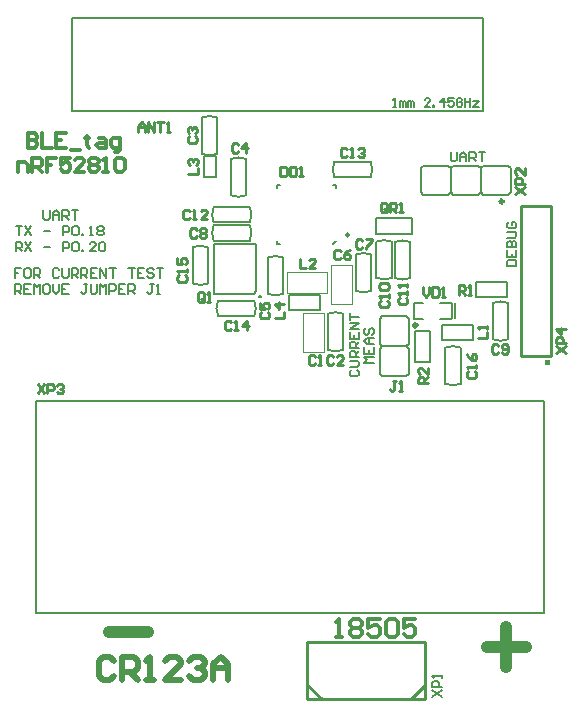
<source format=gto>
G04*
G04 #@! TF.GenerationSoftware,Altium Limited,Altium Designer,18.1.9 (240)*
G04*
G04 Layer_Color=65535*
%FSLAX24Y24*%
%MOIN*%
G70*
G01*
G75*
%ADD10C,0.0118*%
%ADD11C,0.0070*%
%ADD12C,0.0098*%
%ADD13C,0.0079*%
%ADD14C,0.0039*%
%ADD15C,0.0100*%
%ADD16C,0.0050*%
%ADD17C,0.0059*%
%ADD18C,0.0394*%
%ADD19C,0.0197*%
%ADD20R,0.0100X0.0576*%
G36*
X18110Y11250D02*
X17933D01*
Y11427D01*
X18110D01*
Y11250D01*
D02*
G37*
D10*
X13672Y12592D02*
G03*
X13672Y12592I-59J0D01*
G01*
X16554Y16721D02*
G03*
X16554Y16721I-59J0D01*
G01*
X10965Y2195D02*
X11161D01*
X11063D01*
Y2785D01*
X10965Y2687D01*
X11457D02*
X11555Y2785D01*
X11752D01*
X11850Y2687D01*
Y2588D01*
X11752Y2490D01*
X11850Y2392D01*
Y2293D01*
X11752Y2195D01*
X11555D01*
X11457Y2293D01*
Y2392D01*
X11555Y2490D01*
X11457Y2588D01*
Y2687D01*
X11555Y2490D02*
X11752D01*
X12440Y2785D02*
X12047D01*
Y2490D01*
X12244Y2588D01*
X12342D01*
X12440Y2490D01*
Y2293D01*
X12342Y2195D01*
X12145D01*
X12047Y2293D01*
X12637Y2687D02*
X12736Y2785D01*
X12932D01*
X13031Y2687D01*
Y2293D01*
X12932Y2195D01*
X12736D01*
X12637Y2293D01*
Y2687D01*
X13621Y2785D02*
X13228D01*
Y2490D01*
X13424Y2588D01*
X13523D01*
X13621Y2490D01*
Y2293D01*
X13523Y2195D01*
X13326D01*
X13228Y2293D01*
X384Y17707D02*
Y18022D01*
X620D01*
X699Y17943D01*
Y17707D01*
X856D02*
Y18179D01*
X1092D01*
X1171Y18100D01*
Y17943D01*
X1092Y17864D01*
X856D01*
X1014D02*
X1171Y17707D01*
X1643Y18179D02*
X1328D01*
Y17943D01*
X1486D01*
X1328D01*
Y17707D01*
X2116Y18179D02*
X1801D01*
Y17943D01*
X1958Y18022D01*
X2037D01*
X2116Y17943D01*
Y17785D01*
X2037Y17707D01*
X1879D01*
X1801Y17785D01*
X2588Y17707D02*
X2273D01*
X2588Y18022D01*
Y18100D01*
X2509Y18179D01*
X2352D01*
X2273Y18100D01*
X2745D02*
X2824Y18179D01*
X2981D01*
X3060Y18100D01*
Y18022D01*
X2981Y17943D01*
X3060Y17864D01*
Y17785D01*
X2981Y17707D01*
X2824D01*
X2745Y17785D01*
Y17864D01*
X2824Y17943D01*
X2745Y18022D01*
Y18100D01*
X2824Y17943D02*
X2981D01*
X3218Y17707D02*
X3375D01*
X3296D01*
Y18179D01*
X3218Y18100D01*
X3611D02*
X3690Y18179D01*
X3847D01*
X3926Y18100D01*
Y17785D01*
X3847Y17707D01*
X3690D01*
X3611Y17785D01*
Y18100D01*
X709Y18986D02*
Y18514D01*
X945D01*
X1024Y18592D01*
Y18671D01*
X945Y18750D01*
X709D01*
X945D01*
X1024Y18829D01*
Y18907D01*
X945Y18986D01*
X709D01*
X1181D02*
Y18514D01*
X1496D01*
X1968Y18986D02*
X1653D01*
Y18514D01*
X1968D01*
X1653Y18750D02*
X1811D01*
X2126Y18435D02*
X2440D01*
X2677Y18907D02*
Y18829D01*
X2598D01*
X2755D01*
X2677D01*
Y18592D01*
X2755Y18514D01*
X3070Y18829D02*
X3228D01*
X3306Y18750D01*
Y18514D01*
X3070D01*
X2991Y18592D01*
X3070Y18671D01*
X3306D01*
X3621Y18356D02*
X3700D01*
X3779Y18435D01*
Y18829D01*
X3542D01*
X3464Y18750D01*
Y18592D01*
X3542Y18514D01*
X3779D01*
D11*
X12129Y17530D02*
G03*
X12129Y18040I-608J256D01*
G01*
X10921D02*
G03*
X10922Y17530I609J-255D01*
G01*
X16201Y12123D02*
G03*
X16711Y12123I256J608D01*
G01*
Y13331D02*
G03*
X16201Y13330I-255J-609D01*
G01*
X6897Y15925D02*
G03*
X6896Y15415I608J-256D01*
G01*
X8104D02*
G03*
X8104Y15925I-609J255D01*
G01*
X6897Y16525D02*
G03*
X6896Y16015I608J-256D01*
G01*
X8104D02*
G03*
X8104Y16525I-609J255D01*
G01*
X6703Y15190D02*
G03*
X6192Y15190I-256J-608D01*
G01*
Y13982D02*
G03*
X6703Y13983I255J609D01*
G01*
X8251Y12894D02*
G03*
X8251Y13404I-608J256D01*
G01*
X7043D02*
G03*
X7044Y12894I609J-255D01*
G01*
X9212Y14845D02*
G03*
X8702Y14846I-256J-608D01*
G01*
Y13638D02*
G03*
X9212Y13638I255J609D01*
G01*
X11210Y12975D02*
G03*
X10700Y12976I-256J-608D01*
G01*
Y11768D02*
G03*
X11210Y11768I255J609D01*
G01*
X11644Y13737D02*
G03*
X12154Y13737I256J608D01*
G01*
Y14945D02*
G03*
X11644Y14944I-255J-609D01*
G01*
X13445Y15367D02*
G03*
X12934Y15367I-256J-608D01*
G01*
Y14160D02*
G03*
X13445Y14160I255J609D01*
G01*
X12835Y15377D02*
G03*
X12324Y15377I-256J-608D01*
G01*
Y14169D02*
G03*
X12835Y14170I255J609D01*
G01*
X14616Y10637D02*
G03*
X15127Y10637I256J608D01*
G01*
Y11844D02*
G03*
X14616Y11844I-255J-609D01*
G01*
X6510Y18304D02*
G03*
X7021Y18304I256J608D01*
G01*
Y19512D02*
G03*
X6510Y19511I-255J-609D01*
G01*
X7982Y18133D02*
G03*
X7472Y18133I-256J-608D01*
G01*
Y16925D02*
G03*
X7982Y16926I255J609D01*
G01*
X14104Y11348D02*
Y12392D01*
X13593Y11348D02*
Y12392D01*
Y11348D02*
X14104D01*
X13593Y12392D02*
X14104D01*
X9409Y13081D02*
Y13593D01*
X10453Y13081D02*
Y13593D01*
X9409Y13081D02*
X10453D01*
X9409Y13593D02*
X10453D01*
X10925Y18040D02*
X12125D01*
X10925Y17530D02*
X12126D01*
X15630Y13524D02*
X16673D01*
X15630Y14035D02*
X16673D01*
X15630Y13524D02*
Y14035D01*
X16673Y13524D02*
Y14035D01*
X16712Y12127D02*
Y13327D01*
X16201Y12126D02*
Y13327D01*
X6900Y15414D02*
X8100D01*
X6900Y15925D02*
X8100D01*
X6900Y16015D02*
X8100D01*
X6900Y16526D02*
X8100D01*
X6192Y13986D02*
Y15186D01*
X6703Y13986D02*
Y15187D01*
X7047Y13405D02*
X8247D01*
X7047Y12894D02*
X8248D01*
X8702Y13642D02*
Y14842D01*
X9213Y13642D02*
Y14843D01*
X10700Y11772D02*
Y12972D01*
X11211Y11772D02*
Y12972D01*
X12155Y13741D02*
Y14941D01*
X11644Y13740D02*
Y14941D01*
X12934Y14163D02*
Y15363D01*
X13445Y14163D02*
Y15364D01*
X12324Y14173D02*
Y15373D01*
X12835Y14173D02*
Y15374D01*
X14498Y12096D02*
Y12608D01*
X15541Y12096D02*
Y12608D01*
X14498Y12096D02*
X15541D01*
X14498Y12608D02*
X15541D01*
X15127Y10641D02*
Y11841D01*
X14616Y10640D02*
Y11841D01*
X7021Y18308D02*
Y19508D01*
X6510Y18307D02*
Y19508D01*
X7471Y16929D02*
Y18129D01*
X7982Y16929D02*
Y18130D01*
D12*
X11407Y15600D02*
G03*
X11407Y15600I-49J0D01*
G01*
D13*
X5139Y19736D02*
X15863D01*
X2164Y19736D02*
Y20771D01*
Y19736D02*
X5139D01*
X2163Y20772D02*
Y22832D01*
X15863D01*
Y19736D02*
Y22832D01*
X13317Y11892D02*
X13396Y11813D01*
Y10970D02*
Y11813D01*
X13317Y10892D02*
X13396Y10970D01*
X12510Y10892D02*
X13317D01*
X12431Y10970D02*
X12510Y10892D01*
X12431Y10970D02*
Y11813D01*
X12510Y11892D01*
X13317D01*
X12510Y12892D02*
X13317D01*
X12431Y12813D02*
X12510Y12892D01*
X12431Y11970D02*
Y12813D01*
Y11970D02*
X12510Y11892D01*
X13317D02*
X13396Y11970D01*
Y12813D01*
X13317Y12892D02*
X13396Y12813D01*
X16717Y16939D02*
X16795Y17018D01*
X13795D02*
Y17825D01*
X14717Y17904D02*
X14795Y17825D01*
X13874Y17904D02*
X14717D01*
X13874Y16939D02*
X14717D01*
X14795Y17018D01*
X15717Y16939D02*
X15795Y17018D01*
X14874Y16939D02*
X15717D01*
X14795Y17018D02*
X14874Y16939D01*
X14795Y17018D02*
Y17825D01*
X14874Y17904D01*
X15717D01*
X15795Y17825D01*
Y17018D02*
Y17825D01*
X16795Y17018D02*
Y17825D01*
X16717Y17904D02*
X16795Y17825D01*
X15874Y17904D02*
X16717D01*
X15795Y17825D02*
X15874Y17904D01*
X15795Y17018D02*
X15874Y16939D01*
X16717D01*
X16795Y17018D01*
X13795Y17825D02*
X13874Y17904D01*
X13795Y17018D02*
X13874Y16939D01*
X8317Y13720D02*
Y15295D01*
X6900D02*
X8317D01*
X8228Y13632D02*
X8317Y13720D01*
X6900Y13632D02*
Y15295D01*
Y13632D02*
X8228D01*
X8996Y17274D02*
X9094D01*
X8996Y17175D02*
Y17274D01*
X10866D02*
X10965D01*
Y17175D02*
Y17274D01*
X8996Y15305D02*
X9094D01*
X8996D02*
Y15404D01*
X10866Y15305D02*
X10886D01*
X10965Y15384D01*
Y15404D01*
X12293Y15620D02*
Y16171D01*
X13514Y15620D02*
Y16171D01*
X12293Y15620D02*
X13514D01*
X12293Y16171D02*
X13514D01*
X6565Y18228D02*
X6959D01*
Y17520D02*
Y18228D01*
X6762Y17520D02*
X6959D01*
X6565D02*
X6762D01*
X6565D02*
Y18228D01*
X984Y10079D02*
X17913D01*
X984Y2992D02*
Y10079D01*
Y2992D02*
X17913D01*
Y10079D01*
X295Y15896D02*
X505D01*
X400D01*
Y15581D01*
X610Y15896D02*
X820Y15581D01*
Y15896D02*
X610Y15581D01*
X1240Y15738D02*
X1450D01*
X1870Y15581D02*
Y15896D01*
X2027D01*
X2079Y15843D01*
Y15738D01*
X2027Y15686D01*
X1870D01*
X2184Y15843D02*
X2237Y15896D01*
X2342D01*
X2394Y15843D01*
Y15633D01*
X2342Y15581D01*
X2237D01*
X2184Y15633D01*
Y15843D01*
X2499Y15581D02*
Y15633D01*
X2552D01*
Y15581D01*
X2499D01*
X2762D02*
X2867D01*
X2814D01*
Y15896D01*
X2762Y15843D01*
X3024D02*
X3077Y15896D01*
X3181D01*
X3234Y15843D01*
Y15791D01*
X3181Y15738D01*
X3234Y15686D01*
Y15633D01*
X3181Y15581D01*
X3077D01*
X3024Y15633D01*
Y15686D01*
X3077Y15738D01*
X3024Y15791D01*
Y15843D01*
X3077Y15738D02*
X3181D01*
X1220Y16427D02*
Y16165D01*
X1273Y16112D01*
X1378D01*
X1430Y16165D01*
Y16427D01*
X1535Y16112D02*
Y16322D01*
X1640Y16427D01*
X1745Y16322D01*
Y16112D01*
Y16270D01*
X1535D01*
X1850Y16112D02*
Y16427D01*
X2008D01*
X2060Y16375D01*
Y16270D01*
X2008Y16217D01*
X1850D01*
X1955D02*
X2060Y16112D01*
X2165Y16427D02*
X2375D01*
X2270D01*
Y16112D01*
X295Y15049D02*
Y15364D01*
X453D01*
X505Y15312D01*
Y15207D01*
X453Y15154D01*
X295D01*
X400D02*
X505Y15049D01*
X610Y15364D02*
X820Y15049D01*
Y15364D02*
X610Y15049D01*
X1240Y15207D02*
X1450D01*
X1870Y15049D02*
Y15364D01*
X2027D01*
X2079Y15312D01*
Y15207D01*
X2027Y15154D01*
X1870D01*
X2184Y15312D02*
X2237Y15364D01*
X2342D01*
X2394Y15312D01*
Y15102D01*
X2342Y15049D01*
X2237D01*
X2184Y15102D01*
Y15312D01*
X2499Y15049D02*
Y15102D01*
X2552D01*
Y15049D01*
X2499D01*
X2972D02*
X2762D01*
X2972Y15259D01*
Y15312D01*
X2919Y15364D01*
X2814D01*
X2762Y15312D01*
X3077D02*
X3129Y15364D01*
X3234D01*
X3286Y15312D01*
Y15102D01*
X3234Y15049D01*
X3129D01*
X3077Y15102D01*
Y15312D01*
X485Y14488D02*
X276D01*
Y14331D01*
X381D01*
X276D01*
Y14173D01*
X748Y14488D02*
X643D01*
X590Y14436D01*
Y14226D01*
X643Y14173D01*
X748D01*
X800Y14226D01*
Y14436D01*
X748Y14488D01*
X905Y14173D02*
Y14488D01*
X1063D01*
X1115Y14436D01*
Y14331D01*
X1063Y14278D01*
X905D01*
X1010D02*
X1115Y14173D01*
X1745Y14436D02*
X1692Y14488D01*
X1587D01*
X1535Y14436D01*
Y14226D01*
X1587Y14173D01*
X1692D01*
X1745Y14226D01*
X1850Y14488D02*
Y14226D01*
X1902Y14173D01*
X2007D01*
X2060Y14226D01*
Y14488D01*
X2165Y14173D02*
Y14488D01*
X2322D01*
X2375Y14436D01*
Y14331D01*
X2322Y14278D01*
X2165D01*
X2270D02*
X2375Y14173D01*
X2480D02*
Y14488D01*
X2637D01*
X2690Y14436D01*
Y14331D01*
X2637Y14278D01*
X2480D01*
X2585D02*
X2690Y14173D01*
X3004Y14488D02*
X2794D01*
Y14173D01*
X3004D01*
X2794Y14331D02*
X2899D01*
X3109Y14173D02*
Y14488D01*
X3319Y14173D01*
Y14488D01*
X3424D02*
X3634D01*
X3529D01*
Y14173D01*
X4054Y14488D02*
X4264D01*
X4159D01*
Y14173D01*
X4579Y14488D02*
X4369D01*
Y14173D01*
X4579D01*
X4369Y14331D02*
X4474D01*
X4894Y14436D02*
X4841Y14488D01*
X4736D01*
X4684Y14436D01*
Y14383D01*
X4736Y14331D01*
X4841D01*
X4894Y14278D01*
Y14226D01*
X4841Y14173D01*
X4736D01*
X4684Y14226D01*
X4998Y14488D02*
X5208D01*
X5103D01*
Y14173D01*
X276Y13642D02*
Y13957D01*
X433D01*
X485Y13904D01*
Y13799D01*
X433Y13747D01*
X276D01*
X381D02*
X485Y13642D01*
X800Y13957D02*
X590D01*
Y13642D01*
X800D01*
X590Y13799D02*
X695D01*
X905Y13642D02*
Y13957D01*
X1010Y13852D01*
X1115Y13957D01*
Y13642D01*
X1378Y13957D02*
X1273D01*
X1220Y13904D01*
Y13694D01*
X1273Y13642D01*
X1378D01*
X1430Y13694D01*
Y13904D01*
X1378Y13957D01*
X1535D02*
Y13747D01*
X1640Y13642D01*
X1745Y13747D01*
Y13957D01*
X2060D02*
X1850D01*
Y13642D01*
X2060D01*
X1850Y13799D02*
X1955D01*
X2690Y13957D02*
X2585D01*
X2637D01*
Y13694D01*
X2585Y13642D01*
X2532D01*
X2480Y13694D01*
X2794Y13957D02*
Y13694D01*
X2847Y13642D01*
X2952D01*
X3004Y13694D01*
Y13957D01*
X3109Y13642D02*
Y13957D01*
X3214Y13852D01*
X3319Y13957D01*
Y13642D01*
X3424D02*
Y13957D01*
X3582D01*
X3634Y13904D01*
Y13799D01*
X3582Y13747D01*
X3424D01*
X3949Y13957D02*
X3739D01*
Y13642D01*
X3949D01*
X3739Y13799D02*
X3844D01*
X4054Y13642D02*
Y13957D01*
X4211D01*
X4264Y13904D01*
Y13799D01*
X4211Y13747D01*
X4054D01*
X4159D02*
X4264Y13642D01*
X4894Y13957D02*
X4789D01*
X4841D01*
Y13694D01*
X4789Y13642D01*
X4736D01*
X4684Y13694D01*
X4998Y13642D02*
X5103D01*
X5051D01*
Y13957D01*
X4998Y13904D01*
X16673Y14557D02*
X16988D01*
Y14715D01*
X16936Y14767D01*
X16726D01*
X16673Y14715D01*
Y14557D01*
Y15082D02*
Y14872D01*
X16988D01*
Y15082D01*
X16831Y14872D02*
Y14977D01*
X16673Y15187D02*
X16988D01*
Y15344D01*
X16936Y15397D01*
X16883D01*
X16831Y15344D01*
Y15187D01*
Y15344D01*
X16778Y15397D01*
X16726D01*
X16673Y15344D01*
Y15187D01*
Y15502D02*
X16936D01*
X16988Y15554D01*
Y15659D01*
X16936Y15712D01*
X16673D01*
X16726Y16026D02*
X16673Y15974D01*
Y15869D01*
X16726Y15817D01*
X16936D01*
X16988Y15869D01*
Y15974D01*
X16936Y16026D01*
X16831D01*
Y15921D01*
X14795Y18366D02*
Y18104D01*
X14848Y18051D01*
X14953D01*
X15005Y18104D01*
Y18366D01*
X15110Y18051D02*
Y18261D01*
X15215Y18366D01*
X15320Y18261D01*
Y18051D01*
Y18209D01*
X15110D01*
X15425Y18051D02*
Y18366D01*
X15582D01*
X15635Y18314D01*
Y18209D01*
X15582Y18156D01*
X15425D01*
X15530D02*
X15635Y18051D01*
X15740Y18366D02*
X15950D01*
X15845D01*
Y18051D01*
X12234Y11329D02*
X11919D01*
X12024Y11434D01*
X11919Y11539D01*
X12234D01*
X11919Y11854D02*
Y11644D01*
X12234D01*
Y11854D01*
X12077Y11644D02*
Y11749D01*
X12234Y11958D02*
X12024D01*
X11919Y12063D01*
X12024Y12168D01*
X12234D01*
X12077D01*
Y11958D01*
X11972Y12483D02*
X11919Y12431D01*
Y12326D01*
X11972Y12273D01*
X12024D01*
X12077Y12326D01*
Y12431D01*
X12129Y12483D01*
X12182D01*
X12234Y12431D01*
Y12326D01*
X12182Y12273D01*
X11480Y11096D02*
X11427Y11043D01*
Y10938D01*
X11480Y10886D01*
X11690D01*
X11742Y10938D01*
Y11043D01*
X11690Y11096D01*
X11427Y11201D02*
X11690D01*
X11742Y11253D01*
Y11358D01*
X11690Y11411D01*
X11427D01*
X11742Y11516D02*
X11427D01*
Y11673D01*
X11480Y11725D01*
X11585D01*
X11637Y11673D01*
Y11516D01*
Y11621D02*
X11742Y11725D01*
Y11830D02*
X11427D01*
Y11988D01*
X11480Y12040D01*
X11585D01*
X11637Y11988D01*
Y11830D01*
Y11935D02*
X11742Y12040D01*
X11427Y12355D02*
Y12145D01*
X11742D01*
Y12355D01*
X11585Y12145D02*
Y12250D01*
X11742Y12460D02*
X11427D01*
X11742Y12670D01*
X11427D01*
Y12775D02*
Y12985D01*
Y12880D01*
X11742D01*
X8425Y13524D02*
Y13576D01*
X8478D01*
Y13524D01*
X8425D01*
X14183Y207D02*
X14498Y417D01*
X14183D02*
X14498Y207D01*
Y522D02*
X14183D01*
Y679D01*
X14236Y731D01*
X14341D01*
X14393Y679D01*
Y522D01*
X14498Y836D02*
Y941D01*
Y889D01*
X14183D01*
X14236Y836D01*
D14*
X9352Y14376D02*
X10667D01*
X9352Y13675D02*
X10667D01*
Y14376D01*
X9352Y13675D02*
Y14376D01*
X9882Y11703D02*
Y13002D01*
X10591Y11703D02*
Y13002D01*
X9882Y11703D02*
X10591D01*
X9882Y13002D02*
X10591D01*
X11506Y13307D02*
Y14606D01*
X10797Y13307D02*
Y14606D01*
X11506D01*
X10797Y13307D02*
X11506D01*
D15*
X17138Y11551D02*
Y16551D01*
X18138Y11551D02*
Y16551D01*
X17138Y11551D02*
X18138D01*
X17138Y16551D02*
X18138D01*
X10020Y118D02*
X13957D01*
X10020Y2047D02*
X13957D01*
X10020Y118D02*
Y2047D01*
X13957Y118D02*
Y2047D01*
X10020Y591D02*
X10492Y118D01*
X13484D02*
X13957Y591D01*
X14026Y10650D02*
X13711D01*
Y10807D01*
X13763Y10860D01*
X13868D01*
X13921Y10807D01*
Y10650D01*
Y10755D02*
X14026Y10860D01*
Y11174D02*
Y10964D01*
X13816Y11174D01*
X13763D01*
X13711Y11122D01*
Y11017D01*
X13763Y10964D01*
X12976Y10718D02*
X12871D01*
X12923D01*
Y10456D01*
X12871Y10404D01*
X12818D01*
X12766Y10456D01*
X13081Y10404D02*
X13186D01*
X13133D01*
Y10718D01*
X13081Y10666D01*
X8927Y12825D02*
X9242D01*
Y13035D01*
Y13297D02*
X8927D01*
X9085Y13140D01*
Y13350D01*
X18317Y11673D02*
X18632Y11883D01*
X18317D02*
X18632Y11673D01*
Y11988D02*
X18317D01*
Y12146D01*
X18370Y12198D01*
X18474D01*
X18527Y12146D01*
Y11988D01*
X18632Y12460D02*
X18317D01*
X18474Y12303D01*
Y12513D01*
X1043Y10630D02*
X1253Y10315D01*
Y10630D02*
X1043Y10315D01*
X1358D02*
Y10630D01*
X1516D01*
X1568Y10577D01*
Y10472D01*
X1516Y10420D01*
X1358D01*
X1673Y10577D02*
X1725Y10630D01*
X1830D01*
X1883Y10577D01*
Y10525D01*
X1830Y10472D01*
X1778D01*
X1830D01*
X1883Y10420D01*
Y10367D01*
X1830Y10315D01*
X1725D01*
X1673Y10367D01*
X16949Y16978D02*
X17264Y17188D01*
X16949D02*
X17264Y16978D01*
Y17293D02*
X16949D01*
Y17451D01*
X17001Y17503D01*
X17106D01*
X17159Y17451D01*
Y17293D01*
X17264Y17818D02*
Y17608D01*
X17054Y17818D01*
X17001D01*
X16949Y17765D01*
Y17661D01*
X17001Y17608D01*
X13868Y13858D02*
Y13648D01*
X13973Y13543D01*
X14078Y13648D01*
Y13858D01*
X14183D02*
Y13543D01*
X14340D01*
X14393Y13596D01*
Y13806D01*
X14340Y13858D01*
X14183D01*
X14498Y13543D02*
X14603D01*
X14550D01*
Y13858D01*
X14498Y13806D01*
X4390Y19035D02*
Y19245D01*
X4495Y19350D01*
X4600Y19245D01*
Y19035D01*
Y19193D01*
X4390D01*
X4705Y19035D02*
Y19350D01*
X4915Y19035D01*
Y19350D01*
X5019D02*
X5229D01*
X5124D01*
Y19035D01*
X5334D02*
X5439D01*
X5387D01*
Y19350D01*
X5334Y19298D01*
X15059Y13612D02*
Y13927D01*
X15216D01*
X15269Y13875D01*
Y13770D01*
X15216Y13717D01*
X15059D01*
X15164D02*
X15269Y13612D01*
X15374D02*
X15479D01*
X15426D01*
Y13927D01*
X15374Y13875D01*
X12671Y16411D02*
Y16621D01*
X12618Y16673D01*
X12513D01*
X12461Y16621D01*
Y16411D01*
X12513Y16358D01*
X12618D01*
X12566Y16463D02*
X12671Y16358D01*
X12618D02*
X12671Y16411D01*
X12775Y16358D02*
Y16673D01*
X12933D01*
X12985Y16621D01*
Y16516D01*
X12933Y16463D01*
X12775D01*
X12880D02*
X12985Y16358D01*
X13090D02*
X13195D01*
X13143D01*
Y16673D01*
X13090Y16621D01*
X6578Y13419D02*
Y13629D01*
X6526Y13681D01*
X6421D01*
X6368Y13629D01*
Y13419D01*
X6421Y13366D01*
X6526D01*
X6473Y13471D02*
X6578Y13366D01*
X6526D02*
X6578Y13419D01*
X6683Y13366D02*
X6788D01*
X6735D01*
Y13681D01*
X6683Y13629D01*
X6053Y17618D02*
X6368D01*
Y17828D01*
X6106Y17933D02*
X6053Y17985D01*
Y18090D01*
X6106Y18143D01*
X6158D01*
X6211Y18090D01*
Y18038D01*
Y18090D01*
X6263Y18143D01*
X6316D01*
X6368Y18090D01*
Y17985D01*
X6316Y17933D01*
X9764Y14803D02*
Y14488D01*
X9974D01*
X10289D02*
X10079D01*
X10289Y14698D01*
Y14751D01*
X10236Y14803D01*
X10131D01*
X10079Y14751D01*
X15699Y12156D02*
X16014D01*
Y12365D01*
Y12470D02*
Y12575D01*
Y12523D01*
X15699D01*
X15751Y12470D01*
X9124Y17874D02*
Y17559D01*
X9281D01*
X9334Y17611D01*
Y17821D01*
X9281Y17874D01*
X9124D01*
X9439D02*
Y17559D01*
X9596D01*
X9649Y17611D01*
Y17821D01*
X9596Y17874D01*
X9439D01*
X9754Y17559D02*
X9859D01*
X9806D01*
Y17874D01*
X9754Y17821D01*
X15387Y11056D02*
X15335Y11004D01*
Y10899D01*
X15387Y10846D01*
X15597D01*
X15650Y10899D01*
Y11004D01*
X15597Y11056D01*
X15650Y11161D02*
Y11266D01*
Y11214D01*
X15335D01*
X15387Y11161D01*
X15335Y11634D02*
X15387Y11529D01*
X15492Y11424D01*
X15597D01*
X15650Y11476D01*
Y11581D01*
X15597Y11634D01*
X15545D01*
X15492Y11581D01*
Y11424D01*
X5742Y14255D02*
X5689Y14203D01*
Y14098D01*
X5742Y14045D01*
X5951D01*
X6004Y14098D01*
Y14203D01*
X5951Y14255D01*
X6004Y14360D02*
Y14465D01*
Y14413D01*
X5689D01*
X5742Y14360D01*
X5689Y14832D02*
Y14623D01*
X5847D01*
X5794Y14727D01*
Y14780D01*
X5847Y14832D01*
X5951D01*
X6004Y14780D01*
Y14675D01*
X5951Y14623D01*
X7484Y12684D02*
X7431Y12736D01*
X7326D01*
X7274Y12684D01*
Y12474D01*
X7326Y12421D01*
X7431D01*
X7484Y12474D01*
X7588Y12421D02*
X7693D01*
X7641D01*
Y12736D01*
X7588Y12684D01*
X8008Y12421D02*
Y12736D01*
X7851Y12579D01*
X8061D01*
X11342Y18451D02*
X11289Y18504D01*
X11184D01*
X11132Y18451D01*
Y18241D01*
X11184Y18189D01*
X11289D01*
X11342Y18241D01*
X11447Y18189D02*
X11552D01*
X11499D01*
Y18504D01*
X11447Y18451D01*
X11709D02*
X11762Y18504D01*
X11867D01*
X11919Y18451D01*
Y18399D01*
X11867Y18346D01*
X11814D01*
X11867D01*
X11919Y18294D01*
Y18241D01*
X11867Y18189D01*
X11762D01*
X11709Y18241D01*
X6096Y16384D02*
X6043Y16437D01*
X5938D01*
X5886Y16384D01*
Y16175D01*
X5938Y16122D01*
X6043D01*
X6096Y16175D01*
X6201Y16122D02*
X6306D01*
X6253D01*
Y16437D01*
X6201Y16384D01*
X6673Y16122D02*
X6463D01*
X6673Y16332D01*
Y16384D01*
X6621Y16437D01*
X6516D01*
X6463Y16384D01*
X13094Y13507D02*
X13041Y13455D01*
Y13350D01*
X13094Y13297D01*
X13304D01*
X13356Y13350D01*
Y13455D01*
X13304Y13507D01*
X13356Y13612D02*
Y13717D01*
Y13665D01*
X13041D01*
X13094Y13612D01*
X13356Y13874D02*
Y13979D01*
Y13927D01*
X13041D01*
X13094Y13874D01*
X12464Y13409D02*
X12412Y13356D01*
Y13251D01*
X12464Y13199D01*
X12674D01*
X12726Y13251D01*
Y13356D01*
X12674Y13409D01*
X12726Y13514D02*
Y13619D01*
Y13566D01*
X12412D01*
X12464Y13514D01*
Y13776D02*
X12412Y13829D01*
Y13933D01*
X12464Y13986D01*
X12674D01*
X12726Y13933D01*
Y13829D01*
X12674Y13776D01*
X12464D01*
X16391Y11896D02*
X16339Y11949D01*
X16234D01*
X16181Y11896D01*
Y11686D01*
X16234Y11634D01*
X16339D01*
X16391Y11686D01*
X16496D02*
X16548Y11634D01*
X16653D01*
X16706Y11686D01*
Y11896D01*
X16653Y11949D01*
X16548D01*
X16496Y11896D01*
Y11844D01*
X16548Y11791D01*
X16706D01*
X6332Y15764D02*
X6279Y15817D01*
X6175D01*
X6122Y15764D01*
Y15554D01*
X6175Y15502D01*
X6279D01*
X6332Y15554D01*
X6437Y15764D02*
X6489Y15817D01*
X6594D01*
X6647Y15764D01*
Y15712D01*
X6594Y15659D01*
X6647Y15607D01*
Y15554D01*
X6594Y15502D01*
X6489D01*
X6437Y15554D01*
Y15607D01*
X6489Y15659D01*
X6437Y15712D01*
Y15764D01*
X6489Y15659D02*
X6594D01*
X11854Y15400D02*
X11801Y15453D01*
X11696D01*
X11644Y15400D01*
Y15190D01*
X11696Y15138D01*
X11801D01*
X11854Y15190D01*
X11959Y15453D02*
X12168D01*
Y15400D01*
X11959Y15190D01*
Y15138D01*
X11135Y15056D02*
X11083Y15108D01*
X10978D01*
X10925Y15056D01*
Y14846D01*
X10978Y14793D01*
X11083D01*
X11135Y14846D01*
X11450Y15108D02*
X11345Y15056D01*
X11240Y14951D01*
Y14846D01*
X11293Y14793D01*
X11397D01*
X11450Y14846D01*
Y14898D01*
X11397Y14951D01*
X11240D01*
X8488Y13025D02*
X8435Y12972D01*
Y12867D01*
X8488Y12815D01*
X8698D01*
X8750Y12867D01*
Y12972D01*
X8698Y13025D01*
X8435Y13340D02*
Y13130D01*
X8593D01*
X8540Y13235D01*
Y13287D01*
X8593Y13340D01*
X8698D01*
X8750Y13287D01*
Y13182D01*
X8698Y13130D01*
X7720Y18599D02*
X7667Y18651D01*
X7562D01*
X7510Y18599D01*
Y18389D01*
X7562Y18337D01*
X7667D01*
X7720Y18389D01*
X7982Y18337D02*
Y18651D01*
X7825Y18494D01*
X8035D01*
X6081Y18881D02*
X6028Y18829D01*
Y18724D01*
X6081Y18671D01*
X6290D01*
X6343Y18724D01*
Y18829D01*
X6290Y18881D01*
X6081Y18986D02*
X6028Y19039D01*
Y19144D01*
X6081Y19196D01*
X6133D01*
X6185Y19144D01*
Y19091D01*
Y19144D01*
X6238Y19196D01*
X6290D01*
X6343Y19144D01*
Y19039D01*
X6290Y18986D01*
X10889Y11532D02*
X10837Y11585D01*
X10732D01*
X10679Y11532D01*
Y11322D01*
X10732Y11270D01*
X10837D01*
X10889Y11322D01*
X11204Y11270D02*
X10994D01*
X11204Y11480D01*
Y11532D01*
X11151Y11585D01*
X11046D01*
X10994Y11532D01*
X10279Y11542D02*
X10226Y11594D01*
X10121D01*
X10069Y11542D01*
Y11332D01*
X10121Y11280D01*
X10226D01*
X10279Y11332D01*
X10384Y11280D02*
X10489D01*
X10436D01*
Y11594D01*
X10384Y11542D01*
D16*
X14793Y13346D02*
X14833Y13307D01*
Y12835D02*
Y13307D01*
X14439Y12795D02*
X14793D01*
X14439Y13346D02*
X14793D01*
X13573Y12795D02*
Y13346D01*
X13888D01*
X14793Y12795D02*
X14833Y12835D01*
X13573Y12795D02*
X13888D01*
D17*
X12881Y19880D02*
X12973D01*
X12927D01*
Y20155D01*
X12881Y20109D01*
X13110Y19880D02*
Y20063D01*
X13156D01*
X13202Y20017D01*
Y19880D01*
Y20017D01*
X13248Y20063D01*
X13294Y20017D01*
Y19880D01*
X13386D02*
Y20063D01*
X13432D01*
X13478Y20017D01*
Y19880D01*
Y20017D01*
X13524Y20063D01*
X13569Y20017D01*
Y19880D01*
X14120D02*
X13937D01*
X14120Y20063D01*
Y20109D01*
X14075Y20155D01*
X13983D01*
X13937Y20109D01*
X14212Y19880D02*
Y19925D01*
X14258D01*
Y19880D01*
X14212D01*
X14580D02*
Y20155D01*
X14442Y20017D01*
X14626D01*
X14901Y20155D02*
X14717D01*
Y20017D01*
X14809Y20063D01*
X14855D01*
X14901Y20017D01*
Y19925D01*
X14855Y19880D01*
X14763D01*
X14717Y19925D01*
X15177Y20109D02*
X15131Y20155D01*
X15039D01*
X14993Y20109D01*
Y19925D01*
X15039Y19880D01*
X15131D01*
X15177Y19925D01*
Y20017D01*
X15085D01*
X15268Y20155D02*
Y19880D01*
Y20017D01*
X15452D01*
Y20155D01*
Y19880D01*
X15544Y20063D02*
X15728D01*
X15544Y19880D01*
X15728D01*
D18*
X4724Y2363D02*
X3413D01*
X17313Y1870D02*
X16001D01*
X16657Y1214D02*
Y2526D01*
D19*
X3586Y1414D02*
X3455Y1545D01*
X3192D01*
X3061Y1414D01*
Y889D01*
X3192Y758D01*
X3455D01*
X3586Y889D01*
X3848Y758D02*
Y1545D01*
X4242D01*
X4373Y1414D01*
Y1151D01*
X4242Y1020D01*
X3848D01*
X4111D02*
X4373Y758D01*
X4635D02*
X4898D01*
X4767D01*
Y1545D01*
X4635Y1414D01*
X5816Y758D02*
X5291D01*
X5816Y1283D01*
Y1414D01*
X5685Y1545D01*
X5422D01*
X5291Y1414D01*
X6078D02*
X6210Y1545D01*
X6472D01*
X6603Y1414D01*
Y1283D01*
X6472Y1151D01*
X6341D01*
X6472D01*
X6603Y1020D01*
Y889D01*
X6472Y758D01*
X6210D01*
X6078Y889D01*
X6866Y758D02*
Y1283D01*
X7128Y1545D01*
X7390Y1283D01*
Y758D01*
Y1151D01*
X6866D01*
D20*
X14942Y13068D02*
D03*
M02*

</source>
